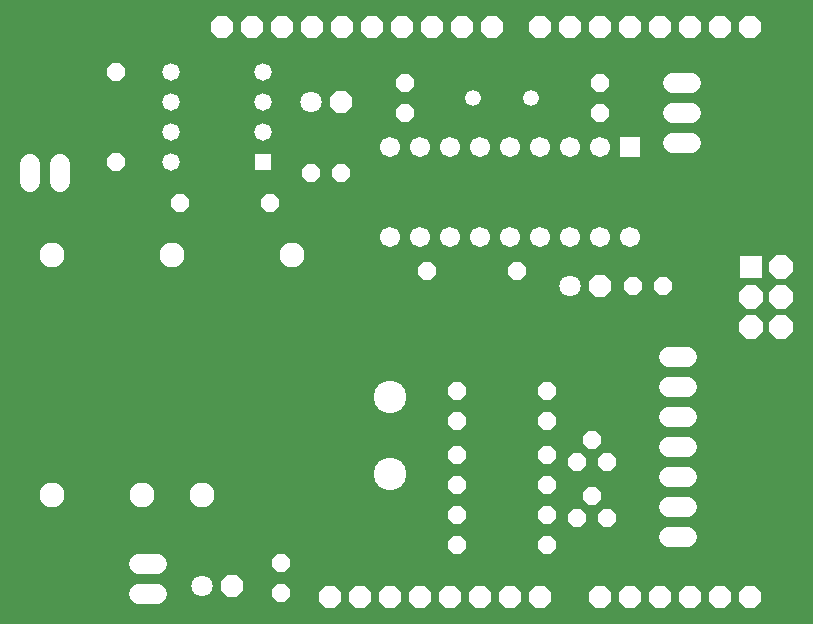
<source format=gbr>
G04 EAGLE Gerber RS-274X export*
G75*
%MOMM*%
%FSLAX34Y34*%
%LPD*%
%INSoldermask Top*%
%IPNEG*%
%AMOC8*
5,1,8,0,0,1.08239X$1,22.5*%
G01*
%ADD10C,1.727200*%
%ADD11C,2.103200*%
%ADD12P,1.649562X8X292.500000*%
%ADD13P,1.649562X8X112.500000*%
%ADD14P,2.034460X8X22.500000*%
%ADD15P,2.144431X8X22.500000*%
%ADD16R,1.981200X1.981200*%
%ADD17P,1.649562X8X202.500000*%
%ADD18C,1.803400*%
%ADD19P,1.951982X8X22.500000*%
%ADD20R,1.701800X1.701800*%
%ADD21C,1.701800*%
%ADD22P,1.649562X8X22.500000*%
%ADD23C,1.341200*%
%ADD24C,2.743200*%
%ADD25R,1.470200X1.470200*%
%ADD26C,1.470200*%


D10*
X146050Y27940D02*
X130810Y27940D01*
X130810Y53340D02*
X146050Y53340D01*
D11*
X183750Y111525D03*
X132950Y111525D03*
X259950Y314725D03*
X158350Y314725D03*
X56750Y314725D03*
X56750Y111525D03*
D12*
X250825Y53975D03*
X250825Y28575D03*
D10*
X38100Y376555D02*
X38100Y391795D01*
X63500Y391795D02*
X63500Y376555D01*
D13*
X111125Y393700D03*
X111125Y469900D03*
D14*
X546100Y508000D03*
X520700Y25400D03*
X571500Y508000D03*
X596900Y508000D03*
X622300Y508000D03*
X647700Y508000D03*
X520700Y508000D03*
X495300Y508000D03*
X469900Y508000D03*
X429260Y508000D03*
X403860Y508000D03*
X378460Y508000D03*
X353060Y508000D03*
X327660Y508000D03*
X302260Y508000D03*
X276860Y508000D03*
X251460Y508000D03*
X546100Y25400D03*
X571500Y25400D03*
X596900Y25400D03*
X622300Y25400D03*
X647700Y25400D03*
X469900Y25400D03*
X444500Y25400D03*
X419100Y25400D03*
X393700Y25400D03*
X368300Y25400D03*
X342900Y25400D03*
X226060Y508000D03*
X200660Y508000D03*
X317500Y25400D03*
X292100Y25400D03*
D15*
X674370Y279400D03*
X648970Y279400D03*
D16*
X648970Y304800D03*
D15*
X674370Y304800D03*
X674370Y254000D03*
X648970Y254000D03*
D10*
X594995Y228600D02*
X579755Y228600D01*
X579755Y203200D02*
X594995Y203200D01*
X594995Y177800D02*
X579755Y177800D01*
X579755Y127000D02*
X594995Y127000D01*
X594995Y101600D02*
X579755Y101600D01*
X579755Y76200D02*
X594995Y76200D01*
X594995Y152400D02*
X579755Y152400D01*
X582930Y460375D02*
X598170Y460375D01*
X598170Y434975D02*
X582930Y434975D01*
X582930Y409575D02*
X598170Y409575D01*
D17*
X241300Y358775D03*
X165100Y358775D03*
D18*
X495300Y288925D03*
D19*
X520700Y288925D03*
D18*
X184150Y34925D03*
D19*
X209550Y34925D03*
D17*
X574675Y288925D03*
X549275Y288925D03*
D20*
X546100Y406400D03*
D21*
X520700Y406400D03*
X495300Y406400D03*
X469900Y406400D03*
X444500Y406400D03*
X419100Y406400D03*
X393700Y406400D03*
X368300Y406400D03*
X342900Y406400D03*
X342900Y330200D03*
X368300Y330200D03*
X393700Y330200D03*
X419100Y330200D03*
X444500Y330200D03*
X469900Y330200D03*
X495300Y330200D03*
X520700Y330200D03*
X546100Y330200D03*
D18*
X276225Y444500D03*
D19*
X301625Y444500D03*
D22*
X276225Y384175D03*
X301625Y384175D03*
D23*
X413750Y447675D03*
X462550Y447675D03*
D17*
X450850Y301625D03*
X374650Y301625D03*
D24*
X342900Y194425D03*
X342900Y129425D03*
D25*
X235900Y393700D03*
D26*
X235900Y419100D03*
X235900Y444500D03*
X235900Y469900D03*
X157800Y469900D03*
X157800Y444500D03*
X157800Y419100D03*
X157800Y393700D03*
D22*
X400050Y200025D03*
X476250Y200025D03*
X400050Y174625D03*
X476250Y174625D03*
X400050Y69850D03*
X476250Y69850D03*
X400050Y120650D03*
X476250Y120650D03*
X527050Y139700D03*
X514350Y158750D03*
X501650Y139700D03*
X527050Y92075D03*
X514350Y111125D03*
X501650Y92075D03*
D17*
X476250Y95250D03*
X400050Y95250D03*
X476250Y146050D03*
X400050Y146050D03*
D13*
X355600Y434975D03*
X355600Y460375D03*
D12*
X520700Y460375D03*
X520700Y434975D03*
M02*

</source>
